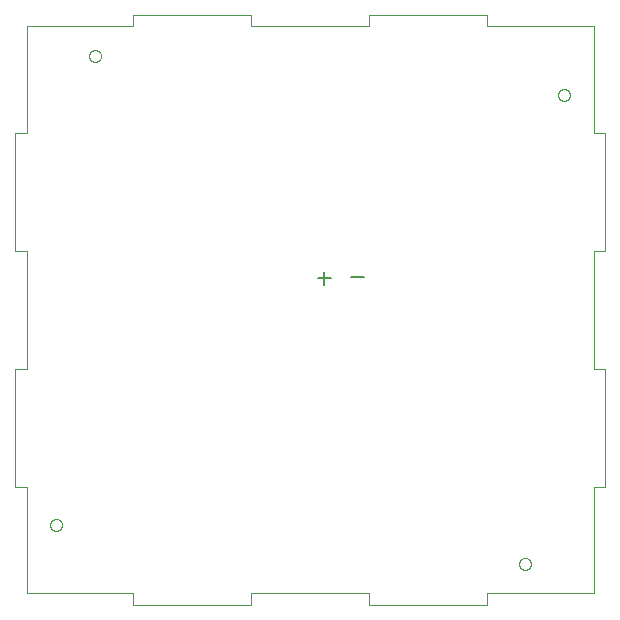
<source format=gbp>
G75*
%MOIN*%
%OFA0B0*%
%FSLAX25Y25*%
%IPPOS*%
%LPD*%
%AMOC8*
5,1,8,0,0,1.08239X$1,22.5*
%
%ADD10C,0.00004*%
%ADD11C,0.00600*%
%ADD12C,0.00000*%
D10*
X0004939Y0004939D02*
X0040372Y0004939D01*
X0040372Y0001002D01*
X0079742Y0001002D01*
X0079742Y0004939D01*
X0119112Y0004939D01*
X0119112Y0001002D01*
X0158482Y0001002D01*
X0158482Y0004939D01*
X0193915Y0004939D01*
X0193915Y0040372D01*
X0197852Y0040372D01*
X0197852Y0079742D01*
X0193915Y0079742D01*
X0193915Y0119112D01*
X0197852Y0119112D01*
X0197852Y0158482D01*
X0193915Y0158482D01*
X0193915Y0193915D01*
X0158482Y0193915D01*
X0158482Y0197852D01*
X0119112Y0197852D01*
X0119112Y0193915D01*
X0079742Y0193915D01*
X0079742Y0197852D01*
X0040372Y0197852D01*
X0040372Y0193915D01*
X0004939Y0193915D01*
X0004939Y0158482D01*
X0001002Y0158482D01*
X0001002Y0119112D01*
X0004939Y0119112D01*
X0004939Y0079742D01*
X0001002Y0079742D01*
X0001002Y0040372D01*
X0004939Y0040372D01*
X0004939Y0004939D01*
D11*
X0104225Y0107881D02*
X0104225Y0112152D01*
X0106360Y0110017D02*
X0102089Y0110017D01*
X0113113Y0110410D02*
X0117383Y0110410D01*
D12*
X0182104Y0171081D02*
X0182106Y0171169D01*
X0182112Y0171257D01*
X0182122Y0171345D01*
X0182136Y0171433D01*
X0182153Y0171519D01*
X0182175Y0171605D01*
X0182200Y0171689D01*
X0182230Y0171773D01*
X0182262Y0171855D01*
X0182299Y0171935D01*
X0182339Y0172014D01*
X0182383Y0172091D01*
X0182430Y0172166D01*
X0182480Y0172238D01*
X0182534Y0172309D01*
X0182590Y0172376D01*
X0182650Y0172442D01*
X0182712Y0172504D01*
X0182778Y0172564D01*
X0182845Y0172620D01*
X0182916Y0172674D01*
X0182988Y0172724D01*
X0183063Y0172771D01*
X0183140Y0172815D01*
X0183219Y0172855D01*
X0183299Y0172892D01*
X0183381Y0172924D01*
X0183465Y0172954D01*
X0183549Y0172979D01*
X0183635Y0173001D01*
X0183721Y0173018D01*
X0183809Y0173032D01*
X0183897Y0173042D01*
X0183985Y0173048D01*
X0184073Y0173050D01*
X0184161Y0173048D01*
X0184249Y0173042D01*
X0184337Y0173032D01*
X0184425Y0173018D01*
X0184511Y0173001D01*
X0184597Y0172979D01*
X0184681Y0172954D01*
X0184765Y0172924D01*
X0184847Y0172892D01*
X0184927Y0172855D01*
X0185006Y0172815D01*
X0185083Y0172771D01*
X0185158Y0172724D01*
X0185230Y0172674D01*
X0185301Y0172620D01*
X0185368Y0172564D01*
X0185434Y0172504D01*
X0185496Y0172442D01*
X0185556Y0172376D01*
X0185612Y0172309D01*
X0185666Y0172238D01*
X0185716Y0172166D01*
X0185763Y0172091D01*
X0185807Y0172014D01*
X0185847Y0171935D01*
X0185884Y0171855D01*
X0185916Y0171773D01*
X0185946Y0171689D01*
X0185971Y0171605D01*
X0185993Y0171519D01*
X0186010Y0171433D01*
X0186024Y0171345D01*
X0186034Y0171257D01*
X0186040Y0171169D01*
X0186042Y0171081D01*
X0186040Y0170993D01*
X0186034Y0170905D01*
X0186024Y0170817D01*
X0186010Y0170729D01*
X0185993Y0170643D01*
X0185971Y0170557D01*
X0185946Y0170473D01*
X0185916Y0170389D01*
X0185884Y0170307D01*
X0185847Y0170227D01*
X0185807Y0170148D01*
X0185763Y0170071D01*
X0185716Y0169996D01*
X0185666Y0169924D01*
X0185612Y0169853D01*
X0185556Y0169786D01*
X0185496Y0169720D01*
X0185434Y0169658D01*
X0185368Y0169598D01*
X0185301Y0169542D01*
X0185230Y0169488D01*
X0185158Y0169438D01*
X0185083Y0169391D01*
X0185006Y0169347D01*
X0184927Y0169307D01*
X0184847Y0169270D01*
X0184765Y0169238D01*
X0184681Y0169208D01*
X0184597Y0169183D01*
X0184511Y0169161D01*
X0184425Y0169144D01*
X0184337Y0169130D01*
X0184249Y0169120D01*
X0184161Y0169114D01*
X0184073Y0169112D01*
X0183985Y0169114D01*
X0183897Y0169120D01*
X0183809Y0169130D01*
X0183721Y0169144D01*
X0183635Y0169161D01*
X0183549Y0169183D01*
X0183465Y0169208D01*
X0183381Y0169238D01*
X0183299Y0169270D01*
X0183219Y0169307D01*
X0183140Y0169347D01*
X0183063Y0169391D01*
X0182988Y0169438D01*
X0182916Y0169488D01*
X0182845Y0169542D01*
X0182778Y0169598D01*
X0182712Y0169658D01*
X0182650Y0169720D01*
X0182590Y0169786D01*
X0182534Y0169853D01*
X0182480Y0169924D01*
X0182430Y0169996D01*
X0182383Y0170071D01*
X0182339Y0170148D01*
X0182299Y0170227D01*
X0182262Y0170307D01*
X0182230Y0170389D01*
X0182200Y0170473D01*
X0182175Y0170557D01*
X0182153Y0170643D01*
X0182136Y0170729D01*
X0182122Y0170817D01*
X0182112Y0170905D01*
X0182106Y0170993D01*
X0182104Y0171081D01*
X0025805Y0184073D02*
X0025807Y0184161D01*
X0025813Y0184249D01*
X0025823Y0184337D01*
X0025837Y0184425D01*
X0025854Y0184511D01*
X0025876Y0184597D01*
X0025901Y0184681D01*
X0025931Y0184765D01*
X0025963Y0184847D01*
X0026000Y0184927D01*
X0026040Y0185006D01*
X0026084Y0185083D01*
X0026131Y0185158D01*
X0026181Y0185230D01*
X0026235Y0185301D01*
X0026291Y0185368D01*
X0026351Y0185434D01*
X0026413Y0185496D01*
X0026479Y0185556D01*
X0026546Y0185612D01*
X0026617Y0185666D01*
X0026689Y0185716D01*
X0026764Y0185763D01*
X0026841Y0185807D01*
X0026920Y0185847D01*
X0027000Y0185884D01*
X0027082Y0185916D01*
X0027166Y0185946D01*
X0027250Y0185971D01*
X0027336Y0185993D01*
X0027422Y0186010D01*
X0027510Y0186024D01*
X0027598Y0186034D01*
X0027686Y0186040D01*
X0027774Y0186042D01*
X0027862Y0186040D01*
X0027950Y0186034D01*
X0028038Y0186024D01*
X0028126Y0186010D01*
X0028212Y0185993D01*
X0028298Y0185971D01*
X0028382Y0185946D01*
X0028466Y0185916D01*
X0028548Y0185884D01*
X0028628Y0185847D01*
X0028707Y0185807D01*
X0028784Y0185763D01*
X0028859Y0185716D01*
X0028931Y0185666D01*
X0029002Y0185612D01*
X0029069Y0185556D01*
X0029135Y0185496D01*
X0029197Y0185434D01*
X0029257Y0185368D01*
X0029313Y0185301D01*
X0029367Y0185230D01*
X0029417Y0185158D01*
X0029464Y0185083D01*
X0029508Y0185006D01*
X0029548Y0184927D01*
X0029585Y0184847D01*
X0029617Y0184765D01*
X0029647Y0184681D01*
X0029672Y0184597D01*
X0029694Y0184511D01*
X0029711Y0184425D01*
X0029725Y0184337D01*
X0029735Y0184249D01*
X0029741Y0184161D01*
X0029743Y0184073D01*
X0029741Y0183985D01*
X0029735Y0183897D01*
X0029725Y0183809D01*
X0029711Y0183721D01*
X0029694Y0183635D01*
X0029672Y0183549D01*
X0029647Y0183465D01*
X0029617Y0183381D01*
X0029585Y0183299D01*
X0029548Y0183219D01*
X0029508Y0183140D01*
X0029464Y0183063D01*
X0029417Y0182988D01*
X0029367Y0182916D01*
X0029313Y0182845D01*
X0029257Y0182778D01*
X0029197Y0182712D01*
X0029135Y0182650D01*
X0029069Y0182590D01*
X0029002Y0182534D01*
X0028931Y0182480D01*
X0028859Y0182430D01*
X0028784Y0182383D01*
X0028707Y0182339D01*
X0028628Y0182299D01*
X0028548Y0182262D01*
X0028466Y0182230D01*
X0028382Y0182200D01*
X0028298Y0182175D01*
X0028212Y0182153D01*
X0028126Y0182136D01*
X0028038Y0182122D01*
X0027950Y0182112D01*
X0027862Y0182106D01*
X0027774Y0182104D01*
X0027686Y0182106D01*
X0027598Y0182112D01*
X0027510Y0182122D01*
X0027422Y0182136D01*
X0027336Y0182153D01*
X0027250Y0182175D01*
X0027166Y0182200D01*
X0027082Y0182230D01*
X0027000Y0182262D01*
X0026920Y0182299D01*
X0026841Y0182339D01*
X0026764Y0182383D01*
X0026689Y0182430D01*
X0026617Y0182480D01*
X0026546Y0182534D01*
X0026479Y0182590D01*
X0026413Y0182650D01*
X0026351Y0182712D01*
X0026291Y0182778D01*
X0026235Y0182845D01*
X0026181Y0182916D01*
X0026131Y0182988D01*
X0026084Y0183063D01*
X0026040Y0183140D01*
X0026000Y0183219D01*
X0025963Y0183299D01*
X0025931Y0183381D01*
X0025901Y0183465D01*
X0025876Y0183549D01*
X0025854Y0183635D01*
X0025837Y0183721D01*
X0025823Y0183809D01*
X0025813Y0183897D01*
X0025807Y0183985D01*
X0025805Y0184073D01*
X0012812Y0027774D02*
X0012814Y0027862D01*
X0012820Y0027950D01*
X0012830Y0028038D01*
X0012844Y0028126D01*
X0012861Y0028212D01*
X0012883Y0028298D01*
X0012908Y0028382D01*
X0012938Y0028466D01*
X0012970Y0028548D01*
X0013007Y0028628D01*
X0013047Y0028707D01*
X0013091Y0028784D01*
X0013138Y0028859D01*
X0013188Y0028931D01*
X0013242Y0029002D01*
X0013298Y0029069D01*
X0013358Y0029135D01*
X0013420Y0029197D01*
X0013486Y0029257D01*
X0013553Y0029313D01*
X0013624Y0029367D01*
X0013696Y0029417D01*
X0013771Y0029464D01*
X0013848Y0029508D01*
X0013927Y0029548D01*
X0014007Y0029585D01*
X0014089Y0029617D01*
X0014173Y0029647D01*
X0014257Y0029672D01*
X0014343Y0029694D01*
X0014429Y0029711D01*
X0014517Y0029725D01*
X0014605Y0029735D01*
X0014693Y0029741D01*
X0014781Y0029743D01*
X0014869Y0029741D01*
X0014957Y0029735D01*
X0015045Y0029725D01*
X0015133Y0029711D01*
X0015219Y0029694D01*
X0015305Y0029672D01*
X0015389Y0029647D01*
X0015473Y0029617D01*
X0015555Y0029585D01*
X0015635Y0029548D01*
X0015714Y0029508D01*
X0015791Y0029464D01*
X0015866Y0029417D01*
X0015938Y0029367D01*
X0016009Y0029313D01*
X0016076Y0029257D01*
X0016142Y0029197D01*
X0016204Y0029135D01*
X0016264Y0029069D01*
X0016320Y0029002D01*
X0016374Y0028931D01*
X0016424Y0028859D01*
X0016471Y0028784D01*
X0016515Y0028707D01*
X0016555Y0028628D01*
X0016592Y0028548D01*
X0016624Y0028466D01*
X0016654Y0028382D01*
X0016679Y0028298D01*
X0016701Y0028212D01*
X0016718Y0028126D01*
X0016732Y0028038D01*
X0016742Y0027950D01*
X0016748Y0027862D01*
X0016750Y0027774D01*
X0016748Y0027686D01*
X0016742Y0027598D01*
X0016732Y0027510D01*
X0016718Y0027422D01*
X0016701Y0027336D01*
X0016679Y0027250D01*
X0016654Y0027166D01*
X0016624Y0027082D01*
X0016592Y0027000D01*
X0016555Y0026920D01*
X0016515Y0026841D01*
X0016471Y0026764D01*
X0016424Y0026689D01*
X0016374Y0026617D01*
X0016320Y0026546D01*
X0016264Y0026479D01*
X0016204Y0026413D01*
X0016142Y0026351D01*
X0016076Y0026291D01*
X0016009Y0026235D01*
X0015938Y0026181D01*
X0015866Y0026131D01*
X0015791Y0026084D01*
X0015714Y0026040D01*
X0015635Y0026000D01*
X0015555Y0025963D01*
X0015473Y0025931D01*
X0015389Y0025901D01*
X0015305Y0025876D01*
X0015219Y0025854D01*
X0015133Y0025837D01*
X0015045Y0025823D01*
X0014957Y0025813D01*
X0014869Y0025807D01*
X0014781Y0025805D01*
X0014693Y0025807D01*
X0014605Y0025813D01*
X0014517Y0025823D01*
X0014429Y0025837D01*
X0014343Y0025854D01*
X0014257Y0025876D01*
X0014173Y0025901D01*
X0014089Y0025931D01*
X0014007Y0025963D01*
X0013927Y0026000D01*
X0013848Y0026040D01*
X0013771Y0026084D01*
X0013696Y0026131D01*
X0013624Y0026181D01*
X0013553Y0026235D01*
X0013486Y0026291D01*
X0013420Y0026351D01*
X0013358Y0026413D01*
X0013298Y0026479D01*
X0013242Y0026546D01*
X0013188Y0026617D01*
X0013138Y0026689D01*
X0013091Y0026764D01*
X0013047Y0026841D01*
X0013007Y0026920D01*
X0012970Y0027000D01*
X0012938Y0027082D01*
X0012908Y0027166D01*
X0012883Y0027250D01*
X0012861Y0027336D01*
X0012844Y0027422D01*
X0012830Y0027510D01*
X0012820Y0027598D01*
X0012814Y0027686D01*
X0012812Y0027774D01*
X0169112Y0014781D02*
X0169114Y0014869D01*
X0169120Y0014957D01*
X0169130Y0015045D01*
X0169144Y0015133D01*
X0169161Y0015219D01*
X0169183Y0015305D01*
X0169208Y0015389D01*
X0169238Y0015473D01*
X0169270Y0015555D01*
X0169307Y0015635D01*
X0169347Y0015714D01*
X0169391Y0015791D01*
X0169438Y0015866D01*
X0169488Y0015938D01*
X0169542Y0016009D01*
X0169598Y0016076D01*
X0169658Y0016142D01*
X0169720Y0016204D01*
X0169786Y0016264D01*
X0169853Y0016320D01*
X0169924Y0016374D01*
X0169996Y0016424D01*
X0170071Y0016471D01*
X0170148Y0016515D01*
X0170227Y0016555D01*
X0170307Y0016592D01*
X0170389Y0016624D01*
X0170473Y0016654D01*
X0170557Y0016679D01*
X0170643Y0016701D01*
X0170729Y0016718D01*
X0170817Y0016732D01*
X0170905Y0016742D01*
X0170993Y0016748D01*
X0171081Y0016750D01*
X0171169Y0016748D01*
X0171257Y0016742D01*
X0171345Y0016732D01*
X0171433Y0016718D01*
X0171519Y0016701D01*
X0171605Y0016679D01*
X0171689Y0016654D01*
X0171773Y0016624D01*
X0171855Y0016592D01*
X0171935Y0016555D01*
X0172014Y0016515D01*
X0172091Y0016471D01*
X0172166Y0016424D01*
X0172238Y0016374D01*
X0172309Y0016320D01*
X0172376Y0016264D01*
X0172442Y0016204D01*
X0172504Y0016142D01*
X0172564Y0016076D01*
X0172620Y0016009D01*
X0172674Y0015938D01*
X0172724Y0015866D01*
X0172771Y0015791D01*
X0172815Y0015714D01*
X0172855Y0015635D01*
X0172892Y0015555D01*
X0172924Y0015473D01*
X0172954Y0015389D01*
X0172979Y0015305D01*
X0173001Y0015219D01*
X0173018Y0015133D01*
X0173032Y0015045D01*
X0173042Y0014957D01*
X0173048Y0014869D01*
X0173050Y0014781D01*
X0173048Y0014693D01*
X0173042Y0014605D01*
X0173032Y0014517D01*
X0173018Y0014429D01*
X0173001Y0014343D01*
X0172979Y0014257D01*
X0172954Y0014173D01*
X0172924Y0014089D01*
X0172892Y0014007D01*
X0172855Y0013927D01*
X0172815Y0013848D01*
X0172771Y0013771D01*
X0172724Y0013696D01*
X0172674Y0013624D01*
X0172620Y0013553D01*
X0172564Y0013486D01*
X0172504Y0013420D01*
X0172442Y0013358D01*
X0172376Y0013298D01*
X0172309Y0013242D01*
X0172238Y0013188D01*
X0172166Y0013138D01*
X0172091Y0013091D01*
X0172014Y0013047D01*
X0171935Y0013007D01*
X0171855Y0012970D01*
X0171773Y0012938D01*
X0171689Y0012908D01*
X0171605Y0012883D01*
X0171519Y0012861D01*
X0171433Y0012844D01*
X0171345Y0012830D01*
X0171257Y0012820D01*
X0171169Y0012814D01*
X0171081Y0012812D01*
X0170993Y0012814D01*
X0170905Y0012820D01*
X0170817Y0012830D01*
X0170729Y0012844D01*
X0170643Y0012861D01*
X0170557Y0012883D01*
X0170473Y0012908D01*
X0170389Y0012938D01*
X0170307Y0012970D01*
X0170227Y0013007D01*
X0170148Y0013047D01*
X0170071Y0013091D01*
X0169996Y0013138D01*
X0169924Y0013188D01*
X0169853Y0013242D01*
X0169786Y0013298D01*
X0169720Y0013358D01*
X0169658Y0013420D01*
X0169598Y0013486D01*
X0169542Y0013553D01*
X0169488Y0013624D01*
X0169438Y0013696D01*
X0169391Y0013771D01*
X0169347Y0013848D01*
X0169307Y0013927D01*
X0169270Y0014007D01*
X0169238Y0014089D01*
X0169208Y0014173D01*
X0169183Y0014257D01*
X0169161Y0014343D01*
X0169144Y0014429D01*
X0169130Y0014517D01*
X0169120Y0014605D01*
X0169114Y0014693D01*
X0169112Y0014781D01*
M02*

</source>
